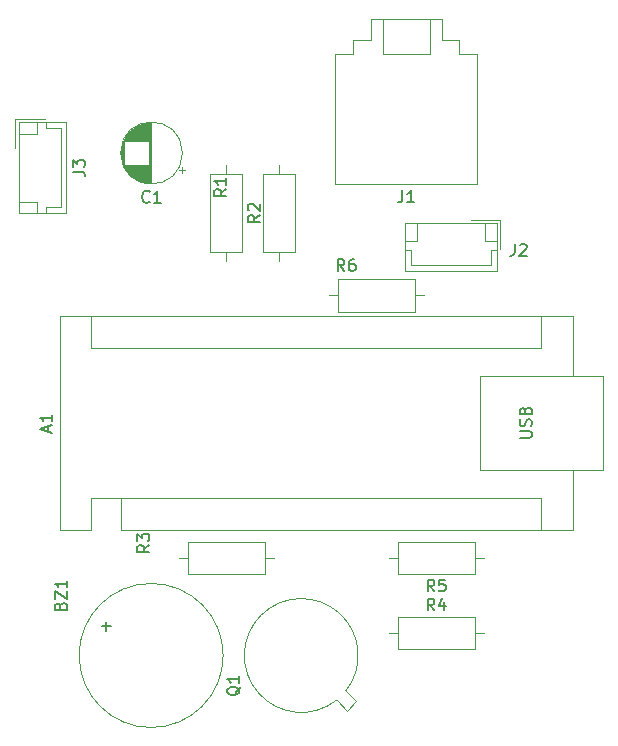
<source format=gbr>
%TF.GenerationSoftware,KiCad,Pcbnew,7.0.9*%
%TF.CreationDate,2024-03-24T10:40:35-04:00*%
%TF.ProjectId,Dryer Buzzer V2,44727965-7220-4427-957a-7a6572205632,rev?*%
%TF.SameCoordinates,Original*%
%TF.FileFunction,Legend,Top*%
%TF.FilePolarity,Positive*%
%FSLAX46Y46*%
G04 Gerber Fmt 4.6, Leading zero omitted, Abs format (unit mm)*
G04 Created by KiCad (PCBNEW 7.0.9) date 2024-03-24 10:40:35*
%MOMM*%
%LPD*%
G01*
G04 APERTURE LIST*
%ADD10C,0.150000*%
%ADD11C,0.120000*%
G04 APERTURE END LIST*
D10*
X136826666Y-36194819D02*
X136826666Y-36909104D01*
X136826666Y-36909104D02*
X136779047Y-37051961D01*
X136779047Y-37051961D02*
X136683809Y-37147200D01*
X136683809Y-37147200D02*
X136540952Y-37194819D01*
X136540952Y-37194819D02*
X136445714Y-37194819D01*
X137826666Y-37194819D02*
X137255238Y-37194819D01*
X137540952Y-37194819D02*
X137540952Y-36194819D01*
X137540952Y-36194819D02*
X137445714Y-36337676D01*
X137445714Y-36337676D02*
X137350476Y-36432914D01*
X137350476Y-36432914D02*
X137255238Y-36480533D01*
X106849104Y-56594285D02*
X106849104Y-56118095D01*
X107134819Y-56689523D02*
X106134819Y-56356190D01*
X106134819Y-56356190D02*
X107134819Y-56022857D01*
X107134819Y-55165714D02*
X107134819Y-55737142D01*
X107134819Y-55451428D02*
X106134819Y-55451428D01*
X106134819Y-55451428D02*
X106277676Y-55546666D01*
X106277676Y-55546666D02*
X106372914Y-55641904D01*
X106372914Y-55641904D02*
X106420533Y-55737142D01*
X146774819Y-57141904D02*
X147584342Y-57141904D01*
X147584342Y-57141904D02*
X147679580Y-57094285D01*
X147679580Y-57094285D02*
X147727200Y-57046666D01*
X147727200Y-57046666D02*
X147774819Y-56951428D01*
X147774819Y-56951428D02*
X147774819Y-56760952D01*
X147774819Y-56760952D02*
X147727200Y-56665714D01*
X147727200Y-56665714D02*
X147679580Y-56618095D01*
X147679580Y-56618095D02*
X147584342Y-56570476D01*
X147584342Y-56570476D02*
X146774819Y-56570476D01*
X147727200Y-56141904D02*
X147774819Y-55999047D01*
X147774819Y-55999047D02*
X147774819Y-55760952D01*
X147774819Y-55760952D02*
X147727200Y-55665714D01*
X147727200Y-55665714D02*
X147679580Y-55618095D01*
X147679580Y-55618095D02*
X147584342Y-55570476D01*
X147584342Y-55570476D02*
X147489104Y-55570476D01*
X147489104Y-55570476D02*
X147393866Y-55618095D01*
X147393866Y-55618095D02*
X147346247Y-55665714D01*
X147346247Y-55665714D02*
X147298628Y-55760952D01*
X147298628Y-55760952D02*
X147251009Y-55951428D01*
X147251009Y-55951428D02*
X147203390Y-56046666D01*
X147203390Y-56046666D02*
X147155771Y-56094285D01*
X147155771Y-56094285D02*
X147060533Y-56141904D01*
X147060533Y-56141904D02*
X146965295Y-56141904D01*
X146965295Y-56141904D02*
X146870057Y-56094285D01*
X146870057Y-56094285D02*
X146822438Y-56046666D01*
X146822438Y-56046666D02*
X146774819Y-55951428D01*
X146774819Y-55951428D02*
X146774819Y-55713333D01*
X146774819Y-55713333D02*
X146822438Y-55570476D01*
X147251009Y-54808571D02*
X147298628Y-54665714D01*
X147298628Y-54665714D02*
X147346247Y-54618095D01*
X147346247Y-54618095D02*
X147441485Y-54570476D01*
X147441485Y-54570476D02*
X147584342Y-54570476D01*
X147584342Y-54570476D02*
X147679580Y-54618095D01*
X147679580Y-54618095D02*
X147727200Y-54665714D01*
X147727200Y-54665714D02*
X147774819Y-54760952D01*
X147774819Y-54760952D02*
X147774819Y-55141904D01*
X147774819Y-55141904D02*
X146774819Y-55141904D01*
X146774819Y-55141904D02*
X146774819Y-54808571D01*
X146774819Y-54808571D02*
X146822438Y-54713333D01*
X146822438Y-54713333D02*
X146870057Y-54665714D01*
X146870057Y-54665714D02*
X146965295Y-54618095D01*
X146965295Y-54618095D02*
X147060533Y-54618095D01*
X147060533Y-54618095D02*
X147155771Y-54665714D01*
X147155771Y-54665714D02*
X147203390Y-54713333D01*
X147203390Y-54713333D02*
X147251009Y-54808571D01*
X147251009Y-54808571D02*
X147251009Y-55141904D01*
X139533333Y-70134819D02*
X139200000Y-69658628D01*
X138961905Y-70134819D02*
X138961905Y-69134819D01*
X138961905Y-69134819D02*
X139342857Y-69134819D01*
X139342857Y-69134819D02*
X139438095Y-69182438D01*
X139438095Y-69182438D02*
X139485714Y-69230057D01*
X139485714Y-69230057D02*
X139533333Y-69325295D01*
X139533333Y-69325295D02*
X139533333Y-69468152D01*
X139533333Y-69468152D02*
X139485714Y-69563390D01*
X139485714Y-69563390D02*
X139438095Y-69611009D01*
X139438095Y-69611009D02*
X139342857Y-69658628D01*
X139342857Y-69658628D02*
X138961905Y-69658628D01*
X140438095Y-69134819D02*
X139961905Y-69134819D01*
X139961905Y-69134819D02*
X139914286Y-69611009D01*
X139914286Y-69611009D02*
X139961905Y-69563390D01*
X139961905Y-69563390D02*
X140057143Y-69515771D01*
X140057143Y-69515771D02*
X140295238Y-69515771D01*
X140295238Y-69515771D02*
X140390476Y-69563390D01*
X140390476Y-69563390D02*
X140438095Y-69611009D01*
X140438095Y-69611009D02*
X140485714Y-69706247D01*
X140485714Y-69706247D02*
X140485714Y-69944342D01*
X140485714Y-69944342D02*
X140438095Y-70039580D01*
X140438095Y-70039580D02*
X140390476Y-70087200D01*
X140390476Y-70087200D02*
X140295238Y-70134819D01*
X140295238Y-70134819D02*
X140057143Y-70134819D01*
X140057143Y-70134819D02*
X139961905Y-70087200D01*
X139961905Y-70087200D02*
X139914286Y-70039580D01*
X108934819Y-34603333D02*
X109649104Y-34603333D01*
X109649104Y-34603333D02*
X109791961Y-34650952D01*
X109791961Y-34650952D02*
X109887200Y-34746190D01*
X109887200Y-34746190D02*
X109934819Y-34889047D01*
X109934819Y-34889047D02*
X109934819Y-34984285D01*
X108934819Y-34222380D02*
X108934819Y-33603333D01*
X108934819Y-33603333D02*
X109315771Y-33936666D01*
X109315771Y-33936666D02*
X109315771Y-33793809D01*
X109315771Y-33793809D02*
X109363390Y-33698571D01*
X109363390Y-33698571D02*
X109411009Y-33650952D01*
X109411009Y-33650952D02*
X109506247Y-33603333D01*
X109506247Y-33603333D02*
X109744342Y-33603333D01*
X109744342Y-33603333D02*
X109839580Y-33650952D01*
X109839580Y-33650952D02*
X109887200Y-33698571D01*
X109887200Y-33698571D02*
X109934819Y-33793809D01*
X109934819Y-33793809D02*
X109934819Y-34079523D01*
X109934819Y-34079523D02*
X109887200Y-34174761D01*
X109887200Y-34174761D02*
X109839580Y-34222380D01*
X123105057Y-78200238D02*
X123057438Y-78295476D01*
X123057438Y-78295476D02*
X122962200Y-78390714D01*
X122962200Y-78390714D02*
X122819342Y-78533571D01*
X122819342Y-78533571D02*
X122771723Y-78628809D01*
X122771723Y-78628809D02*
X122771723Y-78724047D01*
X123009819Y-78676428D02*
X122962200Y-78771666D01*
X122962200Y-78771666D02*
X122866961Y-78866904D01*
X122866961Y-78866904D02*
X122676485Y-78914523D01*
X122676485Y-78914523D02*
X122343152Y-78914523D01*
X122343152Y-78914523D02*
X122152676Y-78866904D01*
X122152676Y-78866904D02*
X122057438Y-78771666D01*
X122057438Y-78771666D02*
X122009819Y-78676428D01*
X122009819Y-78676428D02*
X122009819Y-78485952D01*
X122009819Y-78485952D02*
X122057438Y-78390714D01*
X122057438Y-78390714D02*
X122152676Y-78295476D01*
X122152676Y-78295476D02*
X122343152Y-78247857D01*
X122343152Y-78247857D02*
X122676485Y-78247857D01*
X122676485Y-78247857D02*
X122866961Y-78295476D01*
X122866961Y-78295476D02*
X122962200Y-78390714D01*
X122962200Y-78390714D02*
X123009819Y-78485952D01*
X123009819Y-78485952D02*
X123009819Y-78676428D01*
X123009819Y-77295476D02*
X123009819Y-77866904D01*
X123009819Y-77581190D02*
X122009819Y-77581190D01*
X122009819Y-77581190D02*
X122152676Y-77676428D01*
X122152676Y-77676428D02*
X122247914Y-77771666D01*
X122247914Y-77771666D02*
X122295533Y-77866904D01*
X115423333Y-37129580D02*
X115375714Y-37177200D01*
X115375714Y-37177200D02*
X115232857Y-37224819D01*
X115232857Y-37224819D02*
X115137619Y-37224819D01*
X115137619Y-37224819D02*
X114994762Y-37177200D01*
X114994762Y-37177200D02*
X114899524Y-37081961D01*
X114899524Y-37081961D02*
X114851905Y-36986723D01*
X114851905Y-36986723D02*
X114804286Y-36796247D01*
X114804286Y-36796247D02*
X114804286Y-36653390D01*
X114804286Y-36653390D02*
X114851905Y-36462914D01*
X114851905Y-36462914D02*
X114899524Y-36367676D01*
X114899524Y-36367676D02*
X114994762Y-36272438D01*
X114994762Y-36272438D02*
X115137619Y-36224819D01*
X115137619Y-36224819D02*
X115232857Y-36224819D01*
X115232857Y-36224819D02*
X115375714Y-36272438D01*
X115375714Y-36272438D02*
X115423333Y-36320057D01*
X116375714Y-37224819D02*
X115804286Y-37224819D01*
X116090000Y-37224819D02*
X116090000Y-36224819D01*
X116090000Y-36224819D02*
X115994762Y-36367676D01*
X115994762Y-36367676D02*
X115899524Y-36462914D01*
X115899524Y-36462914D02*
X115804286Y-36510533D01*
X107881009Y-71365952D02*
X107928628Y-71223095D01*
X107928628Y-71223095D02*
X107976247Y-71175476D01*
X107976247Y-71175476D02*
X108071485Y-71127857D01*
X108071485Y-71127857D02*
X108214342Y-71127857D01*
X108214342Y-71127857D02*
X108309580Y-71175476D01*
X108309580Y-71175476D02*
X108357200Y-71223095D01*
X108357200Y-71223095D02*
X108404819Y-71318333D01*
X108404819Y-71318333D02*
X108404819Y-71699285D01*
X108404819Y-71699285D02*
X107404819Y-71699285D01*
X107404819Y-71699285D02*
X107404819Y-71365952D01*
X107404819Y-71365952D02*
X107452438Y-71270714D01*
X107452438Y-71270714D02*
X107500057Y-71223095D01*
X107500057Y-71223095D02*
X107595295Y-71175476D01*
X107595295Y-71175476D02*
X107690533Y-71175476D01*
X107690533Y-71175476D02*
X107785771Y-71223095D01*
X107785771Y-71223095D02*
X107833390Y-71270714D01*
X107833390Y-71270714D02*
X107881009Y-71365952D01*
X107881009Y-71365952D02*
X107881009Y-71699285D01*
X107404819Y-70794523D02*
X107404819Y-70127857D01*
X107404819Y-70127857D02*
X108404819Y-70794523D01*
X108404819Y-70794523D02*
X108404819Y-70127857D01*
X108404819Y-69223095D02*
X108404819Y-69794523D01*
X108404819Y-69508809D02*
X107404819Y-69508809D01*
X107404819Y-69508809D02*
X107547676Y-69604047D01*
X107547676Y-69604047D02*
X107642914Y-69699285D01*
X107642914Y-69699285D02*
X107690533Y-69794523D01*
X111369048Y-73098866D02*
X112130953Y-73098866D01*
X111750000Y-73479819D02*
X111750000Y-72717914D01*
X121909819Y-36076666D02*
X121433628Y-36409999D01*
X121909819Y-36648094D02*
X120909819Y-36648094D01*
X120909819Y-36648094D02*
X120909819Y-36267142D01*
X120909819Y-36267142D02*
X120957438Y-36171904D01*
X120957438Y-36171904D02*
X121005057Y-36124285D01*
X121005057Y-36124285D02*
X121100295Y-36076666D01*
X121100295Y-36076666D02*
X121243152Y-36076666D01*
X121243152Y-36076666D02*
X121338390Y-36124285D01*
X121338390Y-36124285D02*
X121386009Y-36171904D01*
X121386009Y-36171904D02*
X121433628Y-36267142D01*
X121433628Y-36267142D02*
X121433628Y-36648094D01*
X121909819Y-35124285D02*
X121909819Y-35695713D01*
X121909819Y-35409999D02*
X120909819Y-35409999D01*
X120909819Y-35409999D02*
X121052676Y-35505237D01*
X121052676Y-35505237D02*
X121147914Y-35600475D01*
X121147914Y-35600475D02*
X121195533Y-35695713D01*
X124744819Y-38266666D02*
X124268628Y-38599999D01*
X124744819Y-38838094D02*
X123744819Y-38838094D01*
X123744819Y-38838094D02*
X123744819Y-38457142D01*
X123744819Y-38457142D02*
X123792438Y-38361904D01*
X123792438Y-38361904D02*
X123840057Y-38314285D01*
X123840057Y-38314285D02*
X123935295Y-38266666D01*
X123935295Y-38266666D02*
X124078152Y-38266666D01*
X124078152Y-38266666D02*
X124173390Y-38314285D01*
X124173390Y-38314285D02*
X124221009Y-38361904D01*
X124221009Y-38361904D02*
X124268628Y-38457142D01*
X124268628Y-38457142D02*
X124268628Y-38838094D01*
X123840057Y-37885713D02*
X123792438Y-37838094D01*
X123792438Y-37838094D02*
X123744819Y-37742856D01*
X123744819Y-37742856D02*
X123744819Y-37504761D01*
X123744819Y-37504761D02*
X123792438Y-37409523D01*
X123792438Y-37409523D02*
X123840057Y-37361904D01*
X123840057Y-37361904D02*
X123935295Y-37314285D01*
X123935295Y-37314285D02*
X124030533Y-37314285D01*
X124030533Y-37314285D02*
X124173390Y-37361904D01*
X124173390Y-37361904D02*
X124744819Y-37933332D01*
X124744819Y-37933332D02*
X124744819Y-37314285D01*
X139533333Y-71744819D02*
X139200000Y-71268628D01*
X138961905Y-71744819D02*
X138961905Y-70744819D01*
X138961905Y-70744819D02*
X139342857Y-70744819D01*
X139342857Y-70744819D02*
X139438095Y-70792438D01*
X139438095Y-70792438D02*
X139485714Y-70840057D01*
X139485714Y-70840057D02*
X139533333Y-70935295D01*
X139533333Y-70935295D02*
X139533333Y-71078152D01*
X139533333Y-71078152D02*
X139485714Y-71173390D01*
X139485714Y-71173390D02*
X139438095Y-71221009D01*
X139438095Y-71221009D02*
X139342857Y-71268628D01*
X139342857Y-71268628D02*
X138961905Y-71268628D01*
X140390476Y-71078152D02*
X140390476Y-71744819D01*
X140152381Y-70697200D02*
X139914286Y-71411485D01*
X139914286Y-71411485D02*
X140533333Y-71411485D01*
X115389819Y-66206666D02*
X114913628Y-66539999D01*
X115389819Y-66778094D02*
X114389819Y-66778094D01*
X114389819Y-66778094D02*
X114389819Y-66397142D01*
X114389819Y-66397142D02*
X114437438Y-66301904D01*
X114437438Y-66301904D02*
X114485057Y-66254285D01*
X114485057Y-66254285D02*
X114580295Y-66206666D01*
X114580295Y-66206666D02*
X114723152Y-66206666D01*
X114723152Y-66206666D02*
X114818390Y-66254285D01*
X114818390Y-66254285D02*
X114866009Y-66301904D01*
X114866009Y-66301904D02*
X114913628Y-66397142D01*
X114913628Y-66397142D02*
X114913628Y-66778094D01*
X114389819Y-65873332D02*
X114389819Y-65254285D01*
X114389819Y-65254285D02*
X114770771Y-65587618D01*
X114770771Y-65587618D02*
X114770771Y-65444761D01*
X114770771Y-65444761D02*
X114818390Y-65349523D01*
X114818390Y-65349523D02*
X114866009Y-65301904D01*
X114866009Y-65301904D02*
X114961247Y-65254285D01*
X114961247Y-65254285D02*
X115199342Y-65254285D01*
X115199342Y-65254285D02*
X115294580Y-65301904D01*
X115294580Y-65301904D02*
X115342200Y-65349523D01*
X115342200Y-65349523D02*
X115389819Y-65444761D01*
X115389819Y-65444761D02*
X115389819Y-65730475D01*
X115389819Y-65730475D02*
X115342200Y-65825713D01*
X115342200Y-65825713D02*
X115294580Y-65873332D01*
X131913333Y-42999819D02*
X131580000Y-42523628D01*
X131341905Y-42999819D02*
X131341905Y-41999819D01*
X131341905Y-41999819D02*
X131722857Y-41999819D01*
X131722857Y-41999819D02*
X131818095Y-42047438D01*
X131818095Y-42047438D02*
X131865714Y-42095057D01*
X131865714Y-42095057D02*
X131913333Y-42190295D01*
X131913333Y-42190295D02*
X131913333Y-42333152D01*
X131913333Y-42333152D02*
X131865714Y-42428390D01*
X131865714Y-42428390D02*
X131818095Y-42476009D01*
X131818095Y-42476009D02*
X131722857Y-42523628D01*
X131722857Y-42523628D02*
X131341905Y-42523628D01*
X132770476Y-41999819D02*
X132580000Y-41999819D01*
X132580000Y-41999819D02*
X132484762Y-42047438D01*
X132484762Y-42047438D02*
X132437143Y-42095057D01*
X132437143Y-42095057D02*
X132341905Y-42237914D01*
X132341905Y-42237914D02*
X132294286Y-42428390D01*
X132294286Y-42428390D02*
X132294286Y-42809342D01*
X132294286Y-42809342D02*
X132341905Y-42904580D01*
X132341905Y-42904580D02*
X132389524Y-42952200D01*
X132389524Y-42952200D02*
X132484762Y-42999819D01*
X132484762Y-42999819D02*
X132675238Y-42999819D01*
X132675238Y-42999819D02*
X132770476Y-42952200D01*
X132770476Y-42952200D02*
X132818095Y-42904580D01*
X132818095Y-42904580D02*
X132865714Y-42809342D01*
X132865714Y-42809342D02*
X132865714Y-42571247D01*
X132865714Y-42571247D02*
X132818095Y-42476009D01*
X132818095Y-42476009D02*
X132770476Y-42428390D01*
X132770476Y-42428390D02*
X132675238Y-42380771D01*
X132675238Y-42380771D02*
X132484762Y-42380771D01*
X132484762Y-42380771D02*
X132389524Y-42428390D01*
X132389524Y-42428390D02*
X132341905Y-42476009D01*
X132341905Y-42476009D02*
X132294286Y-42571247D01*
X146351666Y-40729819D02*
X146351666Y-41444104D01*
X146351666Y-41444104D02*
X146304047Y-41586961D01*
X146304047Y-41586961D02*
X146208809Y-41682200D01*
X146208809Y-41682200D02*
X146065952Y-41729819D01*
X146065952Y-41729819D02*
X145970714Y-41729819D01*
X146780238Y-40825057D02*
X146827857Y-40777438D01*
X146827857Y-40777438D02*
X146923095Y-40729819D01*
X146923095Y-40729819D02*
X147161190Y-40729819D01*
X147161190Y-40729819D02*
X147256428Y-40777438D01*
X147256428Y-40777438D02*
X147304047Y-40825057D01*
X147304047Y-40825057D02*
X147351666Y-40920295D01*
X147351666Y-40920295D02*
X147351666Y-41015533D01*
X147351666Y-41015533D02*
X147304047Y-41158390D01*
X147304047Y-41158390D02*
X146732619Y-41729819D01*
X146732619Y-41729819D02*
X147351666Y-41729819D01*
D11*
%TO.C,J1*%
X143160000Y-35640000D02*
X131160000Y-35640000D01*
X143160000Y-24640000D02*
X143160000Y-35640000D01*
X141660000Y-24640000D02*
X143160000Y-24640000D01*
X141660000Y-23440000D02*
X141660000Y-24640000D01*
X140160000Y-23440000D02*
X141660000Y-23440000D01*
X140160000Y-21640000D02*
X140160000Y-23440000D01*
X139160000Y-24640000D02*
X139160000Y-21640000D01*
X135160000Y-24640000D02*
X139160000Y-24640000D01*
X135160000Y-21640000D02*
X135160000Y-24640000D01*
X134160000Y-23440000D02*
X134160000Y-21640000D01*
X134160000Y-21640000D02*
X140160000Y-21640000D01*
X132660000Y-24640000D02*
X132660000Y-23440000D01*
X132660000Y-23440000D02*
X134160000Y-23440000D01*
X131160000Y-35640000D02*
X131160000Y-24640000D01*
X131160000Y-24640000D02*
X132660000Y-24640000D01*
%TO.C,A1*%
X110490000Y-62230000D02*
X110490000Y-64900000D01*
X153800000Y-51940000D02*
X153800000Y-59820000D01*
X151260000Y-46860000D02*
X107820000Y-46860000D01*
X153800000Y-59820000D02*
X143380000Y-59820000D01*
X143380000Y-51940000D02*
X153800000Y-51940000D01*
X151260000Y-46860000D02*
X151260000Y-51940000D01*
X113030000Y-64900000D02*
X151260000Y-64900000D01*
X148590000Y-62230000D02*
X148590000Y-64900000D01*
X110490000Y-49530000D02*
X148590000Y-49530000D01*
X113030000Y-62230000D02*
X110490000Y-62230000D01*
X148590000Y-49530000D02*
X148590000Y-46860000D01*
X110490000Y-49530000D02*
X110490000Y-46860000D01*
X113030000Y-62230000D02*
X113030000Y-64900000D01*
X107820000Y-46860000D02*
X107820000Y-64900000D01*
X151260000Y-64900000D02*
X151260000Y-59820000D01*
X107820000Y-64900000D02*
X110490000Y-64900000D01*
X143380000Y-59820000D02*
X143380000Y-51940000D01*
X113030000Y-62230000D02*
X148590000Y-62230000D01*
%TO.C,R5*%
X136430000Y-65940000D02*
X136430000Y-68680000D01*
X142970000Y-65940000D02*
X136430000Y-65940000D01*
X135660000Y-67310000D02*
X136430000Y-67310000D01*
X136430000Y-68680000D02*
X142970000Y-68680000D01*
X143740000Y-67310000D02*
X142970000Y-67310000D01*
X142970000Y-68680000D02*
X142970000Y-65940000D01*
%TO.C,J3*%
X104070000Y-30110000D02*
X104070000Y-32610000D01*
X105870000Y-30410000D02*
X105870000Y-31410000D01*
X106680000Y-30410000D02*
X106680000Y-30910000D01*
X104370000Y-30410000D02*
X104370000Y-38130000D01*
X107890000Y-37630000D02*
X106680000Y-37630000D01*
X104370000Y-38130000D02*
X108390000Y-38130000D01*
X108390000Y-30410000D02*
X104370000Y-30410000D01*
X107890000Y-30910000D02*
X107890000Y-37630000D01*
X106570000Y-30110000D02*
X104070000Y-30110000D01*
X105870000Y-38130000D02*
X105870000Y-37130000D01*
X108390000Y-38130000D02*
X108390000Y-30410000D01*
X106680000Y-30910000D02*
X107890000Y-30910000D01*
X105870000Y-37130000D02*
X104370000Y-37130000D01*
X105870000Y-31410000D02*
X104370000Y-31410000D01*
X106680000Y-37630000D02*
X106680000Y-38130000D01*
%TO.C,Q1*%
X132935856Y-79453039D02*
X132044902Y-78562084D01*
X132158039Y-80230856D02*
X132935856Y-79453039D01*
X131267084Y-79339902D02*
X132158039Y-80230856D01*
X132044673Y-78562371D02*
G75*
G03*
X131267084Y-79339901I-3774673J2997371D01*
G01*
%TO.C,C1*%
X115310000Y-35585000D02*
X115310000Y-34060000D01*
X114910000Y-31980000D02*
X114910000Y-30529000D01*
X115550000Y-35600000D02*
X115550000Y-30440000D01*
X115030000Y-31980000D02*
X115030000Y-30500000D01*
X115190000Y-35570000D02*
X115190000Y-34060000D01*
X113549000Y-31980000D02*
X113549000Y-31415000D01*
X114349000Y-35288000D02*
X114349000Y-34060000D01*
X115590000Y-35600000D02*
X115590000Y-30440000D01*
X113749000Y-34846000D02*
X113749000Y-34060000D01*
X113349000Y-34339000D02*
X113349000Y-34060000D01*
X114069000Y-35115000D02*
X114069000Y-34060000D01*
X114749000Y-31980000D02*
X114749000Y-30578000D01*
X114029000Y-31980000D02*
X114029000Y-30955000D01*
X113909000Y-34991000D02*
X113909000Y-34060000D01*
X114309000Y-35267000D02*
X114309000Y-34060000D01*
X115270000Y-31980000D02*
X115270000Y-30459000D01*
X115110000Y-31980000D02*
X115110000Y-30484000D01*
X113309000Y-31980000D02*
X113309000Y-31769000D01*
X114509000Y-35368000D02*
X114509000Y-34060000D01*
X114429000Y-31980000D02*
X114429000Y-30710000D01*
X114990000Y-35531000D02*
X114990000Y-34060000D01*
X114029000Y-35085000D02*
X114029000Y-34060000D01*
X113749000Y-31980000D02*
X113749000Y-31194000D01*
X114589000Y-35402000D02*
X114589000Y-34060000D01*
X114229000Y-35220000D02*
X114229000Y-34060000D01*
X115430000Y-35596000D02*
X115430000Y-30444000D01*
X113829000Y-31980000D02*
X113829000Y-31119000D01*
X114950000Y-35521000D02*
X114950000Y-34060000D01*
X113709000Y-31980000D02*
X113709000Y-31235000D01*
X114469000Y-35349000D02*
X114469000Y-34060000D01*
X114910000Y-35511000D02*
X114910000Y-34060000D01*
X113109000Y-33825000D02*
X113109000Y-32215000D01*
X114269000Y-31980000D02*
X114269000Y-30796000D01*
X113149000Y-33935000D02*
X113149000Y-32105000D01*
X114309000Y-31980000D02*
X114309000Y-30773000D01*
X113909000Y-31980000D02*
X113909000Y-31049000D01*
X115230000Y-31980000D02*
X115230000Y-30464000D01*
X114829000Y-35488000D02*
X114829000Y-34060000D01*
X113269000Y-34198000D02*
X113269000Y-31842000D01*
X113549000Y-34625000D02*
X113549000Y-34060000D01*
X113709000Y-34805000D02*
X113709000Y-34060000D01*
X113509000Y-31980000D02*
X113509000Y-31466000D01*
X113389000Y-34403000D02*
X113389000Y-34060000D01*
X114990000Y-31980000D02*
X114990000Y-30509000D01*
X114189000Y-31980000D02*
X114189000Y-30845000D01*
X114749000Y-35462000D02*
X114749000Y-34060000D01*
X113069000Y-33697000D02*
X113069000Y-32343000D01*
X113949000Y-31980000D02*
X113949000Y-31016000D01*
X115390000Y-35593000D02*
X115390000Y-30447000D01*
X115510000Y-35599000D02*
X115510000Y-30441000D01*
X113469000Y-34520000D02*
X113469000Y-34060000D01*
X118394775Y-34495000D02*
X117894775Y-34495000D01*
X113989000Y-31980000D02*
X113989000Y-30985000D01*
X115150000Y-35563000D02*
X115150000Y-34060000D01*
X114149000Y-31980000D02*
X114149000Y-30871000D01*
X113509000Y-34574000D02*
X113509000Y-34060000D01*
X114509000Y-31980000D02*
X114509000Y-30672000D01*
X113469000Y-31980000D02*
X113469000Y-31520000D01*
X114389000Y-35310000D02*
X114389000Y-34060000D01*
X113669000Y-31980000D02*
X113669000Y-31277000D01*
X113869000Y-31980000D02*
X113869000Y-31083000D01*
X115070000Y-31980000D02*
X115070000Y-30492000D01*
X114789000Y-31980000D02*
X114789000Y-30565000D01*
X115350000Y-31980000D02*
X115350000Y-30451000D01*
X114269000Y-35244000D02*
X114269000Y-34060000D01*
X115030000Y-35540000D02*
X115030000Y-34060000D01*
X113309000Y-34271000D02*
X113309000Y-34060000D01*
X118144775Y-34745000D02*
X118144775Y-34245000D01*
X113949000Y-35024000D02*
X113949000Y-34060000D01*
X113349000Y-31980000D02*
X113349000Y-31701000D01*
X114109000Y-31980000D02*
X114109000Y-30898000D01*
X113789000Y-34884000D02*
X113789000Y-34060000D01*
X113589000Y-31980000D02*
X113589000Y-31367000D01*
X113589000Y-34673000D02*
X113589000Y-34060000D01*
X114709000Y-31980000D02*
X114709000Y-30592000D01*
X113029000Y-33538000D02*
X113029000Y-32502000D01*
X113229000Y-34118000D02*
X113229000Y-31922000D01*
X113629000Y-34719000D02*
X113629000Y-34060000D01*
X114950000Y-31980000D02*
X114950000Y-30519000D01*
X114549000Y-35385000D02*
X114549000Y-34060000D01*
X115110000Y-35556000D02*
X115110000Y-34060000D01*
X113829000Y-34921000D02*
X113829000Y-34060000D01*
X114629000Y-35418000D02*
X114629000Y-34060000D01*
X115310000Y-31980000D02*
X115310000Y-30455000D01*
X114389000Y-31980000D02*
X114389000Y-30730000D01*
X114789000Y-35475000D02*
X114789000Y-34060000D01*
X115470000Y-35598000D02*
X115470000Y-30442000D01*
X113429000Y-31980000D02*
X113429000Y-31577000D01*
X115350000Y-35589000D02*
X115350000Y-34060000D01*
X113869000Y-34957000D02*
X113869000Y-34060000D01*
X113429000Y-34463000D02*
X113429000Y-34060000D01*
X114829000Y-31980000D02*
X114829000Y-30552000D01*
X114629000Y-31980000D02*
X114629000Y-30622000D01*
X113629000Y-31980000D02*
X113629000Y-31321000D01*
X115230000Y-35576000D02*
X115230000Y-34060000D01*
X115150000Y-31980000D02*
X115150000Y-30477000D01*
X114669000Y-31980000D02*
X114669000Y-30606000D01*
X115070000Y-35548000D02*
X115070000Y-34060000D01*
X114109000Y-35142000D02*
X114109000Y-34060000D01*
X114589000Y-31980000D02*
X114589000Y-30638000D01*
X114869000Y-31980000D02*
X114869000Y-30540000D01*
X114149000Y-35169000D02*
X114149000Y-34060000D01*
X113669000Y-34763000D02*
X113669000Y-34060000D01*
X112989000Y-33304000D02*
X112989000Y-32736000D01*
X114429000Y-35330000D02*
X114429000Y-34060000D01*
X114469000Y-31980000D02*
X114469000Y-30691000D01*
X114669000Y-35434000D02*
X114669000Y-34060000D01*
X114709000Y-35448000D02*
X114709000Y-34060000D01*
X115190000Y-31980000D02*
X115190000Y-30470000D01*
X114349000Y-31980000D02*
X114349000Y-30752000D01*
X114189000Y-35195000D02*
X114189000Y-34060000D01*
X114069000Y-31980000D02*
X114069000Y-30925000D01*
X113989000Y-35055000D02*
X113989000Y-34060000D01*
X113389000Y-31980000D02*
X113389000Y-31637000D01*
X115270000Y-35581000D02*
X115270000Y-34060000D01*
X114549000Y-31980000D02*
X114549000Y-30655000D01*
X114229000Y-31980000D02*
X114229000Y-30820000D01*
X113789000Y-31980000D02*
X113789000Y-31156000D01*
X113189000Y-34031000D02*
X113189000Y-32009000D01*
X114869000Y-35500000D02*
X114869000Y-34060000D01*
X118210000Y-33020000D02*
G75*
G03*
X118210000Y-33020000I-2620000J0D01*
G01*
%TO.C,BZ1*%
X121660000Y-75565000D02*
G75*
G03*
X121660000Y-75565000I-6100000J0D01*
G01*
%TO.C,R1*%
X124995000Y-34830000D02*
X124995000Y-41370000D01*
X127735000Y-41370000D02*
X127735000Y-34830000D01*
X127735000Y-34830000D02*
X124995000Y-34830000D01*
X124995000Y-41370000D02*
X127735000Y-41370000D01*
X126365000Y-34060000D02*
X126365000Y-34830000D01*
X126365000Y-42140000D02*
X126365000Y-41370000D01*
%TO.C,R2*%
X123290000Y-34830000D02*
X120550000Y-34830000D01*
X120550000Y-41370000D02*
X123290000Y-41370000D01*
X123290000Y-41370000D02*
X123290000Y-34830000D01*
X121920000Y-42140000D02*
X121920000Y-41370000D01*
X121920000Y-34060000D02*
X121920000Y-34830000D01*
X120550000Y-34830000D02*
X120550000Y-41370000D01*
%TO.C,R4*%
X142970000Y-72290000D02*
X136430000Y-72290000D01*
X143740000Y-73660000D02*
X142970000Y-73660000D01*
X135660000Y-73660000D02*
X136430000Y-73660000D01*
X142970000Y-75030000D02*
X142970000Y-72290000D01*
X136430000Y-72290000D02*
X136430000Y-75030000D01*
X136430000Y-75030000D02*
X142970000Y-75030000D01*
%TO.C,R3*%
X125190000Y-65940000D02*
X118650000Y-65940000D01*
X125190000Y-68680000D02*
X125190000Y-65940000D01*
X117880000Y-67310000D02*
X118650000Y-67310000D01*
X125960000Y-67310000D02*
X125190000Y-67310000D01*
X118650000Y-65940000D02*
X118650000Y-68680000D01*
X118650000Y-68680000D02*
X125190000Y-68680000D01*
%TO.C,R6*%
X131350000Y-43715000D02*
X131350000Y-46455000D01*
X131350000Y-46455000D02*
X137890000Y-46455000D01*
X130580000Y-45085000D02*
X131350000Y-45085000D01*
X137890000Y-46455000D02*
X137890000Y-43715000D01*
X137890000Y-43715000D02*
X131350000Y-43715000D01*
X138660000Y-45085000D02*
X137890000Y-45085000D01*
%TO.C,J2*%
X137090000Y-40465000D02*
X138090000Y-40465000D01*
X143810000Y-40465000D02*
X143810000Y-38965000D01*
X144810000Y-38965000D02*
X137090000Y-38965000D01*
X144810000Y-40465000D02*
X143810000Y-40465000D01*
X137590000Y-41275000D02*
X137090000Y-41275000D01*
X138090000Y-40465000D02*
X138090000Y-38965000D01*
X144810000Y-41275000D02*
X144310000Y-41275000D01*
X137090000Y-42985000D02*
X144810000Y-42985000D01*
X145110000Y-38665000D02*
X142610000Y-38665000D01*
X144310000Y-41275000D02*
X144310000Y-42485000D01*
X144310000Y-42485000D02*
X137590000Y-42485000D01*
X144810000Y-42985000D02*
X144810000Y-38965000D01*
X137090000Y-38965000D02*
X137090000Y-42985000D01*
X145110000Y-41165000D02*
X145110000Y-38665000D01*
X137590000Y-42485000D02*
X137590000Y-41275000D01*
%TD*%
M02*

</source>
